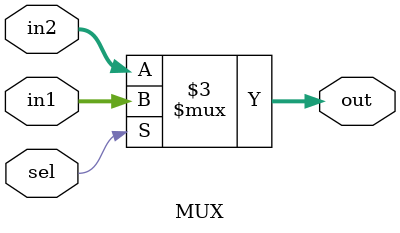
<source format=v>
module MUX #(parameter WIDTH = 32)
(

input	wire		[WIDTH-1:0]		in1,
input	wire		[WIDTH-1:0]		in2,
input	wire						sel,

output	reg		[WIDTH-1:0]		out
);

always @(*)
 begin
	if (sel)	out = in1 ;
	else		out = in2 ;
 end

endmodule
</source>
